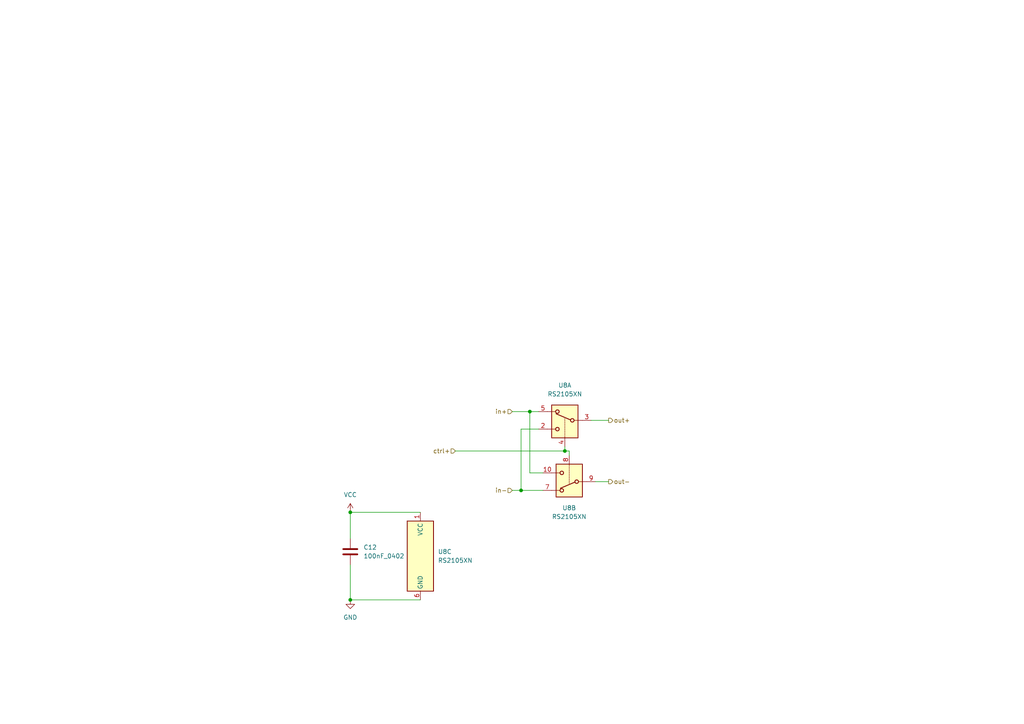
<source format=kicad_sch>
(kicad_sch (version 20211123) (generator eeschema)
  (paper "A4")
  (lib_symbols
    (symbol "0JLC-6:100nF_0402" (pin_numbers hide) (pin_names (offset 0.254))
      (property "Reference" "C" (at 0.635 2.54 0))
      (property "Value" "100nF_0402" (at 0.635 -2.54 0))
      (symbol "100nF_0402_0_1"
        (polyline (pts (xy -2.032 -0.762) (xy 2.032 -0.762)) (stroke (width 0.508)))
        (polyline (pts (xy -2.032 0.762) (xy 2.032 0.762)) (stroke (width 0.508)))
      )
      (symbol "100nF_0402_1_1"
        (pin passive line (at 0 3.81 270) (length 2.794) (name "~") (number "1"))
        (pin passive line (at 0 -3.81 90) (length 2.794) (name "~") (number "2"))
      )
    )
    (symbol "Analog_Switch:TS3A24159DGSR"
      (property "Reference" "U" (at -3.81 5.08 0))
      (property "Value" "TS3A24159DGSR" (at -3.81 3.175 0))
      (symbol "TS3A24159DGSR_1_1"
        (rectangle (start -3.81 1.905) (end 3.81 -7.62) (stroke (width 0.254)) (fill (type background)))
        (circle (center -2.159 -2.54) (radius 0.508) (stroke (width 0.254)))
        (polyline (pts (xy -5.08 -2.54) (xy -2.794 -2.54)))
        (polyline (pts (xy -1.651 -2.413) (xy 2.54 -0.635)) (stroke (width 0.254)))
        (polyline (pts (xy 0 -7.62) (xy 0 -7.112)))
        (polyline (pts (xy 0 -6.858) (xy 0 -6.604)))
        (polyline (pts (xy 0 -6.35) (xy 0 -6.096)))
        (polyline (pts (xy 0 -5.842) (xy 0 -5.588)))
        (polyline (pts (xy 0 -5.334) (xy 0 -5.08)))
        (polyline (pts (xy 0 -4.826) (xy 0 -4.572)))
        (polyline (pts (xy 0 -4.318) (xy 0 -4.064)))
        (polyline (pts (xy 0 -3.81) (xy 0 -3.556)))
        (polyline (pts (xy 0 -3.302) (xy 0 -3.048)))
        (polyline (pts (xy 0 -2.794) (xy 0 -2.54)))
        (polyline (pts (xy 0 -2.286) (xy 0 -2.032)))
        (polyline (pts (xy 5.08 -5.08) (xy 2.794 -5.08)))
        (polyline (pts (xy 5.08 0) (xy 2.794 0)))
        (circle (center 2.159 -5.08) (radius 0.508) (stroke (width 0.254)))
        (circle (center 2.159 0) (radius 0.508) (stroke (width 0.254)))
        (pin passive line (at 7.62 -5.08 180) (length 2.54) (name "~") (number "2"))
        (pin passive line (at -7.62 -2.54 0) (length 2.54) (name "~") (number "3"))
        (pin input line (at 0 -10.16 90) (length 2.54) (name "~") (number "4"))
        (pin passive line (at 7.62 0 180) (length 2.54) (name "~") (number "5"))
      )
      (symbol "TS3A24159DGSR_2_1"
        (rectangle (start -3.81 1.905) (end 3.81 -7.62) (stroke (width 0.254)) (fill (type background)))
        (circle (center -2.159 -2.54) (radius 0.508) (stroke (width 0.254)))
        (polyline (pts (xy -5.08 -2.54) (xy -2.794 -2.54)))
        (polyline (pts (xy -1.651 -2.413) (xy 2.54 -0.635)) (stroke (width 0.254)))
        (polyline (pts (xy 0 -7.62) (xy 0 -7.112)))
        (polyline (pts (xy 0 -6.858) (xy 0 -6.604)))
        (polyline (pts (xy 0 -6.35) (xy 0 -6.096)))
        (polyline (pts (xy 0 -5.842) (xy 0 -5.588)))
        (polyline (pts (xy 0 -5.334) (xy 0 -5.08)))
        (polyline (pts (xy 0 -4.826) (xy 0 -4.572)))
        (polyline (pts (xy 0 -4.318) (xy 0 -4.064)))
        (polyline (pts (xy 0 -3.81) (xy 0 -3.556)))
        (polyline (pts (xy 0 -3.302) (xy 0 -3.048)))
        (polyline (pts (xy 0 -2.794) (xy 0 -2.54)))
        (polyline (pts (xy 0 -2.286) (xy 0 -2.032)))
        (polyline (pts (xy 5.08 -5.08) (xy 2.794 -5.08)))
        (polyline (pts (xy 5.08 0) (xy 2.794 0)))
        (circle (center 2.159 -5.08) (radius 0.508) (stroke (width 0.254)))
        (circle (center 2.159 0) (radius 0.508) (stroke (width 0.254)))
        (pin passive line (at 7.62 -5.08 180) (length 2.54) (name "~") (number "10"))
        (pin passive line (at 7.62 0 180) (length 2.54) (name "~") (number "7"))
        (pin input line (at 0 -10.16 90) (length 2.54) (name "~") (number "8"))
        (pin passive line (at -7.62 -2.54 0) (length 2.54) (name "~") (number "9"))
      )
      (symbol "TS3A24159DGSR_3_1"
        (rectangle (start -3.81 10.16) (end 3.81 -10.16) (stroke (width 0.254)) (fill (type background)))
        (pin power_in line (at 0 12.7 270) (length 2.54) (name "VCC") (number "1"))
        (pin power_in line (at 0 -12.7 90) (length 2.54) (name "GND") (number "6"))
      )
    )
    (symbol "power:GND" (power) (pin_names (offset 0))
      (property "Value" "GND" (at 0 -3.81 0))
      (symbol "GND_0_1"
        (polyline (pts (xy 0 0) (xy 0 -1.27) (xy 1.27 -1.27) (xy 0 -2.54) (xy -1.27 -1.27) (xy 0 -1.27)))
      )
      (symbol "GND_1_1"
        (pin power_in line (at 0 0 270) (length 0) hide (name "GND") (number "1"))
      )
    )
    (symbol "power:VCC" (power) (pin_names (offset 0))
      (property "Value" "VCC" (at 0 3.81 0))
      (symbol "VCC_0_1"
        (polyline (pts (xy -0.762 1.27) (xy 0 2.54)))
        (polyline (pts (xy 0 0) (xy 0 2.54)))
        (polyline (pts (xy 0 2.54) (xy 0.762 1.27)))
      )
      (symbol "VCC_1_1"
        (pin power_in line (at 0 0 90) (length 0) hide (name "VCC") (number "1"))
      )
    )
  )
  (junction (at 101.6 148.59))
  (junction (at 153.67 119.38))
  (junction (at 151.13 142.24))
  (junction (at 101.6 173.99))
  (junction (at 163.83 130.81))
  (wire (pts (xy 153.67 137.16) (xy 157.48 137.16)))
  (wire (pts (xy 151.13 142.24) (xy 157.48 142.24)))
  (wire (pts (xy 153.67 119.38) (xy 156.21 119.38)))
  (wire (pts (xy 163.83 130.81) (xy 163.83 129.54)))
  (wire (pts (xy 101.6 173.99) (xy 121.92 173.99)))
  (wire (pts (xy 151.13 124.46) (xy 156.21 124.46)))
  (wire (pts (xy 151.13 142.24) (xy 151.13 124.46)))
  (wire (pts (xy 171.45 121.92) (xy 176.53 121.92)))
  (wire (pts (xy 148.59 142.24) (xy 151.13 142.24)))
  (wire (pts (xy 148.59 119.38) (xy 153.67 119.38)))
  (wire (pts (xy 101.6 148.59) (xy 121.92 148.59)))
  (wire (pts (xy 153.67 119.38) (xy 153.67 137.16)))
  (wire (pts (xy 101.6 163.83) (xy 101.6 173.99)))
  (wire (pts (xy 163.83 130.81) (xy 165.1 130.81)))
  (wire (pts (xy 165.1 130.81) (xy 165.1 132.08)))
  (wire (pts (xy 132.08 130.81) (xy 163.83 130.81)))
  (wire (pts (xy 172.72 139.7) (xy 176.53 139.7)))
  (wire (pts (xy 101.6 156.21) (xy 101.6 148.59)))
  (hierarchical_label "ctrl+" (shape input) (at 132.08 130.81 180))
  (hierarchical_label "out-" (shape output) (at 176.53 139.7 0))
  (hierarchical_label "in+" (shape input) (at 148.59 119.38 180))
  (hierarchical_label "in-" (shape input) (at 148.59 142.24 180))
  (hierarchical_label "out+" (shape output) (at 176.53 121.92 0))
  (symbol (lib_id "power:VCC") (at 101.6 148.59 0) (unit 1)
    (property "Reference" "#PWR031" (effects hide))
    (property "Value" "VCC" (at 101.6 143.51 0))
  )
  (symbol (lib_id "0JLC-6:100nF_0402") (at 101.6 160.02 0) (unit 1)
    (property "Reference" "C12" (at 105.41 158.7499 0) (effects (justify left)))
    (property "Value" "100nF_0402" (at 105.41 161.2899 0) (effects (justify left)))
    (property "Footprint" "Capacitor_SMD:C_0402_1005Metric" (effects hide))
    (property "LCSC" "C1525" (effects hide))
    (property "MPN" "CL05B104KO5NNNC" (effects hide))
  )
  (symbol (lib_id "Analog_Switch:TS3A24159DGSR") (at 163.83 119.38 0) (mirror y) (unit 1)
    (property "Reference" "U8" (at 163.83 111.76 0))
    (property "Value" "RS2105XN" (at 163.83 114.3 0))
    (property "Footprint" "Package_SO:MSOP-10_3x3mm_P0.5mm" (effects hide))
    (property "LCSC" "C237025" (effects hide))
  )
  (symbol (lib_id "Analog_Switch:TS3A24159DGSR") (at 121.92 161.29 0) (unit 3)
    (property "Reference" "U8" (at 127 160.0199 0) (effects (justify left)))
    (property "Value" "RS2105XN" (at 127 162.5599 0) (effects (justify left)))
    (property "Footprint" "Package_SO:MSOP-10_3x3mm_P0.5mm" (effects hide))
    (property "LCSC" "C237025" (effects hide))
  )
  (symbol (lib_id "power:GND") (at 101.6 173.99 0) (unit 1)
    (property "Reference" "#PWR032" (effects hide))
    (property "Value" "GND" (at 101.6 179.07 0))
  )
  (symbol (lib_id "Analog_Switch:TS3A24159DGSR") (at 165.1 142.24 180) (unit 2)
    (property "Reference" "U8" (at 165.1 147.32 0))
    (property "Value" "RS2105XN" (at 165.1 149.86 0))
    (property "Footprint" "Package_SO:MSOP-10_3x3mm_P0.5mm" (effects hide))
    (property "LCSC" "C237025" (effects hide))
  )
)
</source>
